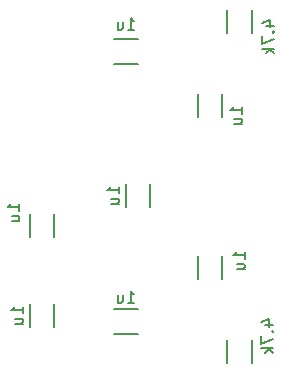
<source format=gbr>
G04 #@! TF.FileFunction,Legend,Bot*
%FSLAX46Y46*%
G04 Gerber Fmt 4.6, Leading zero omitted, Abs format (unit mm)*
G04 Created by KiCad (PCBNEW 0.201503020946+5465~21~ubuntu14.04.1-product) date Mon 16 Mär 2015 16:05:42 CET*
%MOMM*%
G01*
G04 APERTURE LIST*
%ADD10C,0.100000*%
%ADD11C,0.150000*%
%ADD12C,1.676400*%
%ADD13R,2.286000X1.574800*%
%ADD14O,2.286000X1.574800*%
%ADD15R,1.600000X2.000000*%
%ADD16R,2.000000X1.600000*%
%ADD17O,2.200000X4.000000*%
%ADD18O,4.000000X2.200000*%
%ADD19C,1.501140*%
%ADD20C,2.600000*%
%ADD21R,1.700000X2.000000*%
%ADD22C,2.400000*%
%ADD23R,2.400000X2.400000*%
%ADD24C,2.000000*%
%ADD25C,4.500000*%
%ADD26C,4.100000*%
%ADD27C,6.000000*%
G04 APERTURE END LIST*
D10*
D11*
X30725000Y34052000D02*
X30725000Y36052000D01*
X32775000Y36052000D02*
X32775000Y34052000D01*
X36821000Y41672000D02*
X36821000Y43672000D01*
X38871000Y43672000D02*
X38871000Y41672000D01*
X38871000Y29956000D02*
X38871000Y27956000D01*
X36821000Y27956000D02*
X36821000Y29956000D01*
X31734000Y46219000D02*
X29734000Y46219000D01*
X29734000Y48269000D02*
X31734000Y48269000D01*
X31734000Y23359000D02*
X29734000Y23359000D01*
X29734000Y25409000D02*
X31734000Y25409000D01*
X22597000Y23892000D02*
X22597000Y25892000D01*
X24647000Y25892000D02*
X24647000Y23892000D01*
X22597000Y31512000D02*
X22597000Y33512000D01*
X24647000Y33512000D02*
X24647000Y31512000D01*
X41461000Y48784000D02*
X41461000Y50784000D01*
X39311000Y50784000D02*
X39311000Y48784000D01*
X39311000Y22844000D02*
X39311000Y20844000D01*
X41461000Y20844000D02*
X41461000Y22844000D01*
X30170381Y35218666D02*
X30170381Y35790095D01*
X30170381Y35504381D02*
X29170381Y35504381D01*
X29313238Y35599619D01*
X29408476Y35694857D01*
X29456095Y35790095D01*
X29503714Y34361523D02*
X30170381Y34361523D01*
X29503714Y34790095D02*
X30027524Y34790095D01*
X30122762Y34742476D01*
X30170381Y34647238D01*
X30170381Y34504380D01*
X30122762Y34409142D01*
X30075143Y34361523D01*
X40584381Y41970666D02*
X40584381Y42542095D01*
X40584381Y42256381D02*
X39584381Y42256381D01*
X39727238Y42351619D01*
X39822476Y42446857D01*
X39870095Y42542095D01*
X39917714Y41113523D02*
X40584381Y41113523D01*
X39917714Y41542095D02*
X40441524Y41542095D01*
X40536762Y41494476D01*
X40584381Y41399238D01*
X40584381Y41256380D01*
X40536762Y41161142D01*
X40489143Y41113523D01*
X40834381Y29680666D02*
X40834381Y30252095D01*
X40834381Y29966381D02*
X39834381Y29966381D01*
X39977238Y30061619D01*
X40072476Y30156857D01*
X40120095Y30252095D01*
X40167714Y28823523D02*
X40834381Y28823523D01*
X40167714Y29252095D02*
X40691524Y29252095D01*
X40786762Y29204476D01*
X40834381Y29109238D01*
X40834381Y28966380D01*
X40786762Y28871142D01*
X40739143Y28823523D01*
X30900666Y49091619D02*
X31472095Y49091619D01*
X31186381Y49091619D02*
X31186381Y50091619D01*
X31281619Y49948762D01*
X31376857Y49853524D01*
X31472095Y49805905D01*
X30043523Y49758286D02*
X30043523Y49091619D01*
X30472095Y49758286D02*
X30472095Y49234476D01*
X30424476Y49139238D01*
X30329238Y49091619D01*
X30186380Y49091619D01*
X30091142Y49139238D01*
X30043523Y49186857D01*
X30900666Y25963619D02*
X31472095Y25963619D01*
X31186381Y25963619D02*
X31186381Y26963619D01*
X31281619Y26820762D01*
X31376857Y26725524D01*
X31472095Y26677905D01*
X30043523Y26630286D02*
X30043523Y25963619D01*
X30472095Y26630286D02*
X30472095Y26106476D01*
X30424476Y26011238D01*
X30329238Y25963619D01*
X30186380Y25963619D01*
X30091142Y26011238D01*
X30043523Y26058857D01*
X22042381Y25058666D02*
X22042381Y25630095D01*
X22042381Y25344381D02*
X21042381Y25344381D01*
X21185238Y25439619D01*
X21280476Y25534857D01*
X21328095Y25630095D01*
X21375714Y24201523D02*
X22042381Y24201523D01*
X21375714Y24630095D02*
X21899524Y24630095D01*
X21994762Y24582476D01*
X22042381Y24487238D01*
X22042381Y24344380D01*
X21994762Y24249142D01*
X21947143Y24201523D01*
X21734381Y33750666D02*
X21734381Y34322095D01*
X21734381Y34036381D02*
X20734381Y34036381D01*
X20877238Y34131619D01*
X20972476Y34226857D01*
X21020095Y34322095D01*
X21067714Y32893523D02*
X21734381Y32893523D01*
X21067714Y33322095D02*
X21591524Y33322095D01*
X21686762Y33274476D01*
X21734381Y33179238D01*
X21734381Y33036380D01*
X21686762Y32941142D01*
X21639143Y32893523D01*
X42627714Y49412571D02*
X43294381Y49412571D01*
X42246762Y49650667D02*
X42961048Y49888762D01*
X42961048Y49269714D01*
X43199143Y48888762D02*
X43246762Y48841143D01*
X43294381Y48888762D01*
X43246762Y48936381D01*
X43199143Y48888762D01*
X43294381Y48888762D01*
X42294381Y48507810D02*
X42294381Y47841143D01*
X43294381Y48269715D01*
X43294381Y47460191D02*
X42294381Y47460191D01*
X42913429Y47364953D02*
X43294381Y47079238D01*
X42627714Y47079238D02*
X43008667Y47460191D01*
X42547714Y24072571D02*
X43214381Y24072571D01*
X42166762Y24310667D02*
X42881048Y24548762D01*
X42881048Y23929714D01*
X43119143Y23548762D02*
X43166762Y23501143D01*
X43214381Y23548762D01*
X43166762Y23596381D01*
X43119143Y23548762D01*
X43214381Y23548762D01*
X42214381Y23167810D02*
X42214381Y22501143D01*
X43214381Y22929715D01*
X43214381Y22120191D02*
X42214381Y22120191D01*
X42833429Y22024953D02*
X43214381Y21739238D01*
X42547714Y21739238D02*
X42928667Y22120191D01*
%LPC*%
D12*
X4572000Y11430000D03*
X4572000Y13970000D03*
D13*
X26924000Y47244000D03*
D14*
X26924000Y44704000D03*
X26924000Y42164000D03*
X26924000Y39624000D03*
X26924000Y37084000D03*
X26924000Y34544000D03*
X26924000Y32004000D03*
X26924000Y29464000D03*
X26924000Y26924000D03*
X26924000Y24384000D03*
X34544000Y24384000D03*
X34544000Y26924000D03*
X34544000Y29464000D03*
X34544000Y32004000D03*
X34544000Y34544000D03*
X34544000Y37084000D03*
X34544000Y39624000D03*
X34544000Y42164000D03*
X34544000Y44704000D03*
X34544000Y47244000D03*
D15*
X31750000Y37052000D03*
X31750000Y33052000D03*
X37846000Y44672000D03*
X37846000Y40672000D03*
X37846000Y26956000D03*
X37846000Y30956000D03*
D16*
X28734000Y47244000D03*
X32734000Y47244000D03*
X28734000Y24384000D03*
X32734000Y24384000D03*
D17*
X3890000Y65024000D03*
D18*
X8890000Y70024000D03*
X8890000Y67524000D03*
X8890000Y62524000D03*
X8890000Y60024000D03*
D15*
X23622000Y26892000D03*
X23622000Y22892000D03*
D19*
X33274000Y54864000D03*
X28194000Y54864000D03*
X33020000Y16764000D03*
X27940000Y16764000D03*
D15*
X23622000Y34512000D03*
X23622000Y30512000D03*
D19*
X33274000Y65278000D03*
X28194000Y65278000D03*
X33020000Y6350000D03*
X27940000Y6350000D03*
X37846000Y52324000D03*
X37846000Y47244000D03*
X37846000Y19304000D03*
X37846000Y24384000D03*
X40386000Y61468000D03*
X40386000Y56388000D03*
X40386000Y10160000D03*
X40386000Y15240000D03*
D20*
X12954000Y22428000D03*
X9754000Y22428000D03*
X16154000Y22428000D03*
X9754000Y19228000D03*
X12954000Y19228000D03*
X16154000Y19228000D03*
X18954000Y24128000D03*
X6954000Y17528000D03*
D21*
X40386000Y51784000D03*
X40386000Y47784000D03*
X40386000Y19844000D03*
X40386000Y23844000D03*
D19*
X14518640Y29972000D03*
X19517360Y29972000D03*
D20*
X9056000Y30894000D03*
X9056000Y35894000D03*
X9056000Y40894000D03*
X3556000Y35894000D03*
X3556000Y30894000D03*
X3556000Y40894000D03*
D22*
X48576000Y64798000D03*
D23*
X48576000Y68298000D03*
D22*
X48576000Y3330000D03*
D23*
X48576000Y6830000D03*
D24*
X46990000Y49474000D03*
X46990000Y42474000D03*
X46990000Y22154000D03*
X46990000Y29154000D03*
D25*
X19304000Y13730000D03*
D26*
X24304000Y11430000D03*
D25*
X19304000Y7330000D03*
D27*
X40386000Y4064000D03*
X40386000Y67564000D03*
X4064000Y4064000D03*
X4064000Y55626000D03*
M02*

</source>
